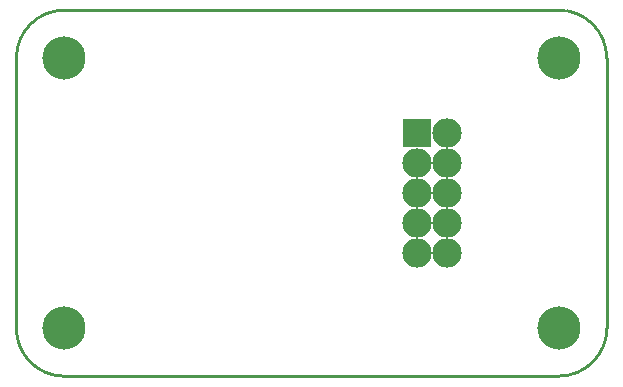
<source format=gbs>
%FSLAX25Y25*%
%MOIN*%
G70*
G01*
G75*
G04 Layer_Color=16711935*
%ADD10R,0.07600X0.04700*%
%ADD11R,0.07600X0.09500*%
%ADD12R,0.08400X0.08400*%
%ADD13R,0.05400X0.01600*%
%ADD14R,0.21654X0.07874*%
%ADD15R,0.04000X0.03500*%
%ADD16R,0.06400X0.13200*%
%ADD17R,0.06400X0.04800*%
%ADD18R,0.03500X0.04000*%
%ADD19R,0.03543X0.03150*%
%ADD20R,0.11000X0.04000*%
%ADD21R,0.03150X0.03543*%
%ADD22R,0.09600X0.03200*%
%ADD23R,0.06102X0.00984*%
%ADD24R,0.00984X0.06102*%
%ADD25R,0.04600X0.04000*%
%ADD26C,0.01000*%
%ADD27C,0.02000*%
%ADD28C,0.01500*%
%ADD29C,0.03000*%
%ADD30C,0.13600*%
%ADD31C,0.09000*%
%ADD32R,0.09000X0.09000*%
%ADD33C,0.02800*%
%ADD34C,0.00984*%
%ADD35C,0.00800*%
%ADD36C,0.00787*%
%ADD37C,0.00700*%
%ADD38R,0.08400X0.05500*%
%ADD39R,0.08400X0.10300*%
%ADD40R,0.09200X0.09200*%
%ADD41R,0.06200X0.02400*%
%ADD42R,0.22453X0.08674*%
%ADD43R,0.04800X0.04300*%
%ADD44R,0.07200X0.14000*%
%ADD45R,0.07200X0.05600*%
%ADD46R,0.04300X0.04800*%
%ADD47R,0.04343X0.03950*%
%ADD48R,0.11800X0.04800*%
%ADD49R,0.03950X0.04343*%
%ADD50R,0.10400X0.04000*%
%ADD51R,0.06902X0.01784*%
%ADD52R,0.01784X0.06902*%
%ADD53R,0.05400X0.04800*%
%ADD54C,0.14400*%
%ADD55C,0.09800*%
%ADD56R,0.09800X0.09800*%
D26*
X116000Y222047D02*
G03*
X100000Y206000I0J-16000D01*
G01*
X99999Y116000D02*
G03*
X116000Y99999I16001J0D01*
G01*
X296803Y206000D02*
G03*
X280800Y222050I-16003J47D01*
G01*
Y100039D02*
G03*
X296861Y116100I0J16061D01*
G01*
X116000Y222047D02*
X280800D01*
X296850Y116100D02*
Y206000D01*
X100000Y116000D02*
Y206000D01*
X116000Y100000D02*
X280800D01*
D54*
X116000Y116000D02*
D03*
Y206047D02*
D03*
X280800Y116100D02*
D03*
Y206047D02*
D03*
D55*
X243500Y141000D02*
D03*
X233500D02*
D03*
X243500Y151000D02*
D03*
Y161000D02*
D03*
Y171000D02*
D03*
Y181000D02*
D03*
X233500Y171000D02*
D03*
Y161000D02*
D03*
Y151000D02*
D03*
D56*
Y181000D02*
D03*
M02*

</source>
